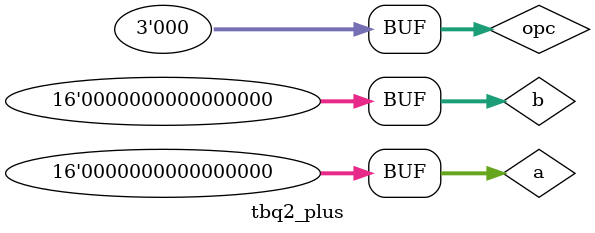
<source format=v>
`timescale 1ns/1ns

module tbq2_plus();
    reg [15:0] a,b;
    reg cin;
    reg [2:0] opc = 3'b0;
    wire [15:0] w, wsy;
    wire zer, zersy, neg, negsy;

    q2_plus my_ALU (.w(w), .zer(zer), .neg(neg), .opc(opc), .ina(a), .inb(b), .inc(cin));
    syq2_plus my_syALU (.w(wsy), .zer(zersy), .neg(negsy), .opc(opc), .ina(a), .inb(b), .inc(cin));

    initial {a, b, cin} = $random;
    initial repeat (20) #1000 {a, b, cin} = $random;
    initial repeat (20) #1000 opc = opc + 3'b001;
endmodule
</source>
